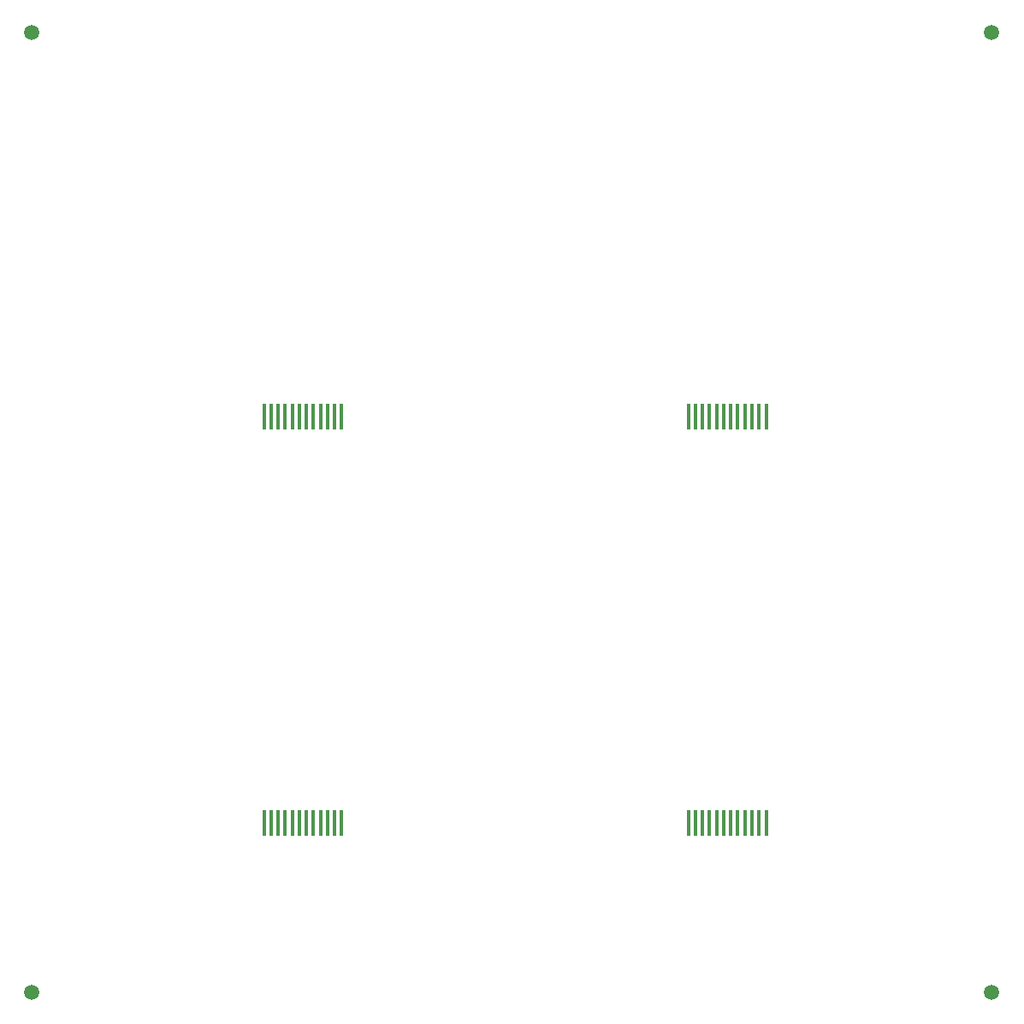
<source format=gbr>
%TF.GenerationSoftware,KiCad,Pcbnew,(6.0.7-1)-1*%
%TF.CreationDate,2022-10-26T11:28:27+01:00*%
%TF.ProjectId,panel,70616e65-6c2e-46b6-9963-61645f706362,rev?*%
%TF.SameCoordinates,Original*%
%TF.FileFunction,Paste,Bot*%
%TF.FilePolarity,Positive*%
%FSLAX46Y46*%
G04 Gerber Fmt 4.6, Leading zero omitted, Abs format (unit mm)*
G04 Created by KiCad (PCBNEW (6.0.7-1)-1) date 2022-10-26 11:28:27*
%MOMM*%
%LPD*%
G01*
G04 APERTURE LIST*
%ADD10C,1.500000*%
%ADD11R,0.350000X2.500000*%
G04 APERTURE END LIST*
D10*
%TO.C,REF\u002A\u002A*%
X112500000Y-112500000D03*
%TD*%
%TO.C,REF\u002A\u002A*%
X17500000Y-17500000D03*
%TD*%
%TO.C,REF\u002A\u002A*%
X17500000Y-112500000D03*
%TD*%
%TO.C,REF\u002A\u002A*%
X112500000Y-17500000D03*
%TD*%
D11*
%TO.C,U5*%
X82459778Y-55526273D03*
X83159778Y-55526273D03*
X83859778Y-55526273D03*
X84559778Y-55526273D03*
X85259778Y-55526273D03*
X85959778Y-55526273D03*
X86659778Y-55526273D03*
X87359778Y-55526273D03*
X88059778Y-55526273D03*
X88759778Y-55526273D03*
X89459778Y-55526273D03*
X90159778Y-55526273D03*
%TD*%
%TO.C,U5*%
X40459777Y-95779832D03*
X41159777Y-95779832D03*
X41859777Y-95779832D03*
X42559777Y-95779832D03*
X43259777Y-95779832D03*
X43959777Y-95779832D03*
X44659777Y-95779832D03*
X45359777Y-95779832D03*
X46059777Y-95779832D03*
X46759777Y-95779832D03*
X47459777Y-95779832D03*
X48159777Y-95779832D03*
%TD*%
%TO.C,U5*%
X82459778Y-95779832D03*
X83159778Y-95779832D03*
X83859778Y-95779832D03*
X84559778Y-95779832D03*
X85259778Y-95779832D03*
X85959778Y-95779832D03*
X86659778Y-95779832D03*
X87359778Y-95779832D03*
X88059778Y-95779832D03*
X88759778Y-95779832D03*
X89459778Y-95779832D03*
X90159778Y-95779832D03*
%TD*%
%TO.C,U5*%
X40459777Y-55526273D03*
X41159777Y-55526273D03*
X41859777Y-55526273D03*
X42559777Y-55526273D03*
X43259777Y-55526273D03*
X43959777Y-55526273D03*
X44659777Y-55526273D03*
X45359777Y-55526273D03*
X46059777Y-55526273D03*
X46759777Y-55526273D03*
X47459777Y-55526273D03*
X48159777Y-55526273D03*
%TD*%
M02*

</source>
